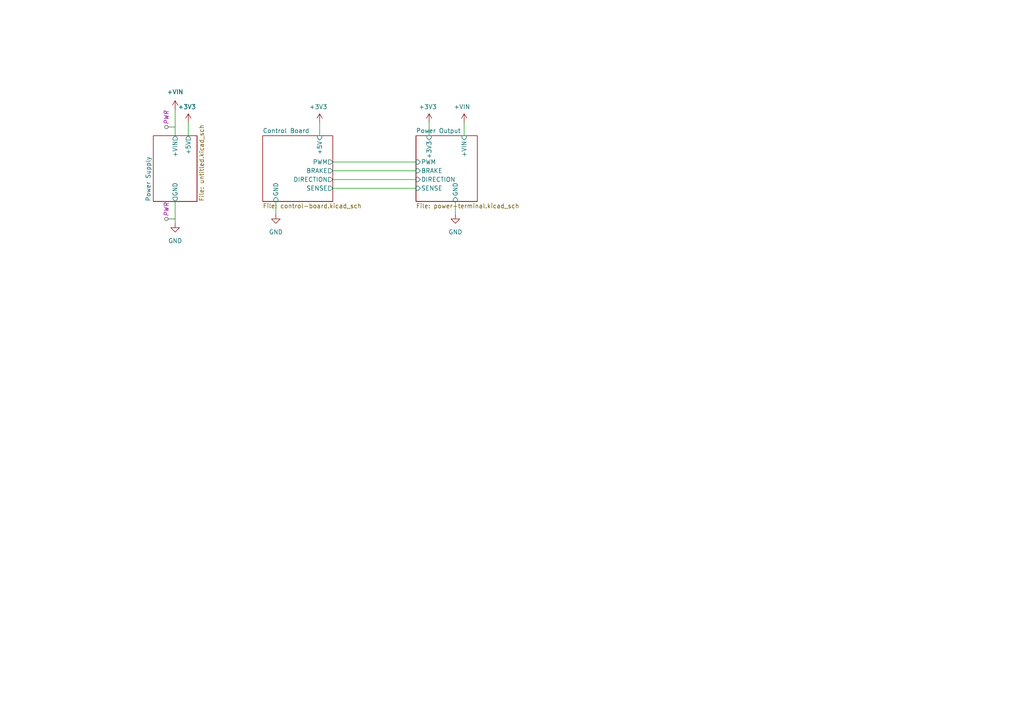
<source format=kicad_sch>
(kicad_sch (version 20231120) (generator "eeschema") (generator_version "7.99")
  (paper "A4")
  (title_block (date "2023-12-20"))
  (lib_symbols
    (symbol "power:GND" (power) (pin_names (offset 0))
      (property "Value" "GND" (at 0 -3.81 0))
      (symbol "GND_0_1"
        (polyline (pts (xy 0 0) (xy 0 -1.27) (xy 1.27 -1.27) (xy 0 -2.54) (xy -1.27 -1.27) (xy 0 -1.27)))
      )
      (symbol "GND_1_1"
        (pin power_in line (at 0 0 270) (length 0) hide (name "GND") (number "1"))
      )
    )
    (symbol "power:VCC" (power) (pin_names (offset 0))
      (property "Value" "VCC" (at 0 3.81 0))
      (symbol "VCC_0_1"
        (polyline (pts (xy -0.762 1.27) (xy 0 2.54)))
        (polyline (pts (xy 0 0) (xy 0 2.54)))
        (polyline (pts (xy 0 2.54) (xy 0.762 1.27)))
      )
      (symbol "VCC_1_1"
        (pin power_in line (at 0 0 90) (length 0) hide (name "VCC") (number "1"))
      )
    )
  )
  (wire (pts (xy 124.46 35.56) (xy 124.46 39.37)))
  (wire (pts (xy 96.52 46.99) (xy 120.65 46.99)))
  (wire (pts (xy 96.52 54.61) (xy 120.65 54.61)))
  (wire (pts (xy 80.01 62.23) (xy 80.01 58.42)))
  (wire (pts (xy 92.71 35.56) (xy 92.71 39.37)))
  (wire (pts (xy 134.62 35.56) (xy 134.62 39.37)))
  (wire (pts (xy 50.8 64.77) (xy 50.8 58.42)))
  (wire (pts (xy 96.52 52.07) (xy 120.65 52.07)))
  (wire (pts (xy 132.08 58.42) (xy 132.08 62.23)))
  (wire (pts (xy 50.8 31.75) (xy 50.8 39.37)))
  (wire (pts (xy 54.61 35.56) (xy 54.61 39.37)))
  (wire (pts (xy 96.52 49.53) (xy 120.65 49.53)))
  (netclass_flag "" (length 2.54) (shape round) (at 50.8 63.5 90) (property "Netclass" "PWR" (at 48.26 62.8015 90) (effects (font (italic yes)) (justify left))))
  (netclass_flag "" (length 2.54) (shape round) (at 50.8 36.83 90) (property "Netclass" "PWR" (at 48.26 36.1315 90) (effects (font (italic yes)) (justify left))))
  (symbol (lib_id "power:VCC") (at 50.8 31.75 0) (unit 1)
    (property "Reference" "#PWR03" (effects (hide yes)))
    (property "Value" "+VIN" (at 50.8 26.67 0))
    (property "Description" "Power symbol creates a global label with name \"VCC\"" (effects (hide yes)))
  )
  (symbol (lib_id "power:VCC") (at 124.46 35.56 0) (unit 1)
    (property "Reference" "#PWR024" (effects (hide yes)))
    (property "Value" "+3V3" (at 121.412 30.988 0) (effects (justify left)))
    (property "Description" "Power symbol creates a global label with name \"VCC\"" (effects (hide yes)))
  )
  (symbol (lib_id "power:VCC") (at 54.61 35.56 0) (unit 1)
    (property "Reference" "#PWR025" (effects (hide yes)))
    (property "Value" "+3V3" (at 51.562 30.988 0) (effects (justify left)))
    (property "Description" "Power symbol creates a global label with name \"VCC\"" (effects (hide yes)))
  )
  (symbol (lib_id "power:GND") (at 50.8 64.77 0) (unit 1)
    (property "Reference" "#PWR04" (effects (hide yes)))
    (property "Value" "GND" (at 50.8 69.85 0))
    (property "Description" "Power symbol creates a global label with name \"GND\" , ground" (effects (hide yes)))
  )
  (symbol (lib_id "power:VCC") (at 134.62 35.56 0) (unit 1)
    (property "Reference" "#PWR07" (effects (hide yes)))
    (property "Value" "+VIN" (at 131.572 30.988 0) (effects (justify left)))
    (property "Description" "Power symbol creates a global label with name \"VCC\"" (effects (hide yes)))
  )
  (symbol (lib_id "power:GND") (at 80.01 62.23 0) (unit 1)
    (property "Reference" "#PWR017" (effects (hide yes)))
    (property "Value" "GND" (at 80.01 67.31 0))
    (property "Description" "Power symbol creates a global label with name \"GND\" , ground" (effects (hide yes)))
  )
  (symbol (lib_id "power:VCC") (at 92.71 35.56 0) (unit 1)
    (property "Reference" "#PWR010" (effects (hide yes)))
    (property "Value" "+3V3" (at 89.662 30.988 0) (effects (justify left)))
    (property "Description" "Power symbol creates a global label with name \"VCC\"" (effects (hide yes)))
  )
  (symbol (lib_id "power:GND") (at 132.08 62.23 0) (unit 1)
    (property "Reference" "#PWR08" (effects (hide yes)))
    (property "Value" "GND" (at 132.08 67.31 0))
    (property "Description" "Power symbol creates a global label with name \"GND\" , ground" (effects (hide yes)))
  )
  (sheet (at 44.45 39.37) (size 12.7 19.05) (stroke (width 0.1524))
    (property "Sheetname" "Power Supply" (at 43.7384 58.42 90) (effects (justify left bottom)))
    (property "Sheetfile" "untitled.kicad_sch" (at 57.7346 58.42 90) (effects (justify left top)))
    (pin "GND" output (at 50.8 58.42 270))
    (pin "+VIN" output (at 50.8 39.37 90))
    (pin "+5V" output (at 54.61 39.37 90))
  )
  (sheet (at 120.65 39.37) (size 17.78 19.05) (stroke (width 0.1524))
    (property "Sheetname" "Power Output" (at 120.65 38.6584 0) (effects (justify left bottom)))
    (property "Sheetfile" "power-terminal.kicad_sch" (at 120.65 59.0046 0) (effects (justify left top)))
    (pin "SENSE" input (at 120.65 54.61 180))
    (pin "DIRECTION" input (at 120.65 52.07 180))
    (pin "BRAKE" input (at 120.65 49.53 180))
    (pin "PWM" input (at 120.65 46.99 180))
    (pin "GND" input (at 132.08 58.42 270))
    (pin "+VIN" input (at 134.62 39.37 90))
    (pin "+3V3" input (at 124.46 39.37 90))
  )
  (sheet (at 76.2 39.37) (size 20.32 19.05) (stroke (width 0.1524))
    (property "Sheetname" "Control Board" (at 76.2 38.6584 0) (effects (justify left bottom)))
    (property "Sheetfile" "control-board.kicad_sch" (at 76.2 59.0046 0) (effects (justify left top)))
    (pin "PWM" output (at 96.52 46.99 0))
    (pin "BRAKE" output (at 96.52 49.53 0))
    (pin "DIRECTION" output (at 96.52 52.07 0))
    (pin "SENSE" output (at 96.52 54.61 0))
    (pin "GND" input (at 80.01 58.42 270))
    (pin "+5V" input (at 92.71 39.37 90))
  )
)
</source>
